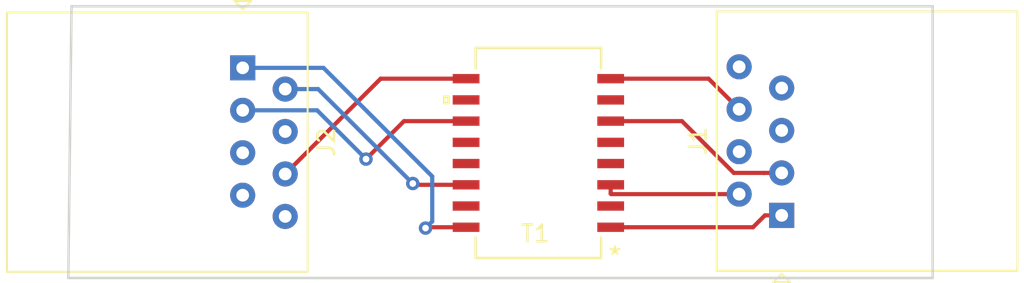
<source format=kicad_pcb>
(kicad_pcb (version 20171130) (host pcbnew "(5.0.0)")

  (general
    (thickness 1.6)
    (drawings 4)
    (tracks 32)
    (zones 0)
    (modules 3)
    (nets 9)
  )

  (page A4)
  (layers
    (0 F.Cu signal)
    (31 B.Cu signal)
    (32 B.Adhes user)
    (33 F.Adhes user)
    (34 B.Paste user)
    (35 F.Paste user)
    (36 B.SilkS user)
    (37 F.SilkS user)
    (38 B.Mask user)
    (39 F.Mask user)
    (40 Dwgs.User user)
    (41 Cmts.User user)
    (42 Eco1.User user)
    (43 Eco2.User user)
    (44 Edge.Cuts user)
    (45 Margin user)
    (46 B.CrtYd user)
    (47 F.CrtYd user)
    (48 B.Fab user)
    (49 F.Fab user)
  )

  (setup
    (last_trace_width 0.25)
    (trace_clearance 0.2)
    (zone_clearance 0.508)
    (zone_45_only no)
    (trace_min 0.2)
    (segment_width 0.2)
    (edge_width 0.15)
    (via_size 0.8)
    (via_drill 0.4)
    (via_min_size 0.4)
    (via_min_drill 0.3)
    (uvia_size 0.3)
    (uvia_drill 0.1)
    (uvias_allowed no)
    (uvia_min_size 0.2)
    (uvia_min_drill 0.1)
    (pcb_text_width 0.3)
    (pcb_text_size 1.5 1.5)
    (mod_edge_width 0.15)
    (mod_text_size 1 1)
    (mod_text_width 0.15)
    (pad_size 1.524 1.524)
    (pad_drill 0.762)
    (pad_to_mask_clearance 0.2)
    (aux_axis_origin 0 0)
    (visible_elements FFFFFF7F)
    (pcbplotparams
      (layerselection 0x010fc_ffffffff)
      (usegerberextensions false)
      (usegerberattributes false)
      (usegerberadvancedattributes false)
      (creategerberjobfile false)
      (excludeedgelayer true)
      (linewidth 0.100000)
      (plotframeref false)
      (viasonmask false)
      (mode 1)
      (useauxorigin false)
      (hpglpennumber 1)
      (hpglpenspeed 20)
      (hpglpendiameter 15.000000)
      (psnegative false)
      (psa4output false)
      (plotreference true)
      (plotvalue true)
      (plotinvisibletext false)
      (padsonsilk false)
      (subtractmaskfromsilk false)
      (outputformat 1)
      (mirror false)
      (drillshape 1)
      (scaleselection 1)
      (outputdirectory ""))
  )

  (net 0 "")
  (net 1 "Net-(J1-Pad1)")
  (net 2 "Net-(J1-Pad2)")
  (net 3 "Net-(J1-Pad3)")
  (net 4 "Net-(J1-Pad6)")
  (net 5 "Net-(J2-Pad6)")
  (net 6 "Net-(J2-Pad3)")
  (net 7 "Net-(J2-Pad2)")
  (net 8 "Net-(J2-Pad1)")

  (net_class Default "This is the default net class."
    (clearance 0.2)
    (trace_width 0.25)
    (via_dia 0.8)
    (via_drill 0.4)
    (uvia_dia 0.3)
    (uvia_drill 0.1)
    (add_net "Net-(J1-Pad1)")
    (add_net "Net-(J1-Pad2)")
    (add_net "Net-(J1-Pad3)")
    (add_net "Net-(J1-Pad6)")
    (add_net "Net-(J2-Pad1)")
    (add_net "Net-(J2-Pad2)")
    (add_net "Net-(J2-Pad3)")
    (add_net "Net-(J2-Pad6)")
  )

  (module Connector_RJ:RJ45_Amphenol_54602-x08_Horizontal (layer F.Cu) (tedit 5B103613) (tstamp 5CE95B9A)
    (at 172.466 101.2825 90)
    (descr "8 Pol Shallow Latch Connector, Modjack, RJ45 (https://cdn.amphenol-icc.com/media/wysiwyg/files/drawing/c-bmj-0102.pdf)")
    (tags RJ45)
    (path /5CDD4D20)
    (fp_text reference J1 (at 4.445 -5 90) (layer F.SilkS)
      (effects (font (size 1 1) (thickness 0.15)))
    )
    (fp_text value RJ45 (at 4.445 4 90) (layer F.Fab)
      (effects (font (size 1 1) (thickness 0.15)))
    )
    (fp_text user %R (at 4.445 2 90) (layer F.Fab)
      (effects (font (size 1 1) (thickness 0.15)))
    )
    (fp_line (start -4 0.5) (end -3.5 0) (layer F.SilkS) (width 0.12))
    (fp_line (start -4 -0.5) (end -4 0.5) (layer F.SilkS) (width 0.12))
    (fp_line (start -3.5 0) (end -4 -0.5) (layer F.SilkS) (width 0.12))
    (fp_line (start -3.205 13.97) (end -3.205 -2.77) (layer F.Fab) (width 0.12))
    (fp_line (start 12.095 13.97) (end -3.205 13.97) (layer F.Fab) (width 0.12))
    (fp_line (start 12.095 -3.77) (end 12.095 13.97) (layer F.Fab) (width 0.12))
    (fp_line (start -2.205 -3.77) (end 12.095 -3.77) (layer F.Fab) (width 0.12))
    (fp_line (start -3.205 -2.77) (end -2.205 -3.77) (layer F.Fab) (width 0.12))
    (fp_line (start -3.315 14.08) (end 12.205 14.08) (layer F.SilkS) (width 0.12))
    (fp_line (start 12.205 -3.88) (end 12.205 14.08) (layer F.SilkS) (width 0.12))
    (fp_line (start 12.205 -3.88) (end -3.315 -3.88) (layer F.SilkS) (width 0.12))
    (fp_line (start -3.315 -3.88) (end -3.315 14.08) (layer F.SilkS) (width 0.12))
    (fp_line (start -3.71 -4.27) (end 12.6 -4.27) (layer F.CrtYd) (width 0.05))
    (fp_line (start -3.71 -4.27) (end -3.71 14.47) (layer F.CrtYd) (width 0.05))
    (fp_line (start 12.6 14.47) (end 12.6 -4.27) (layer F.CrtYd) (width 0.05))
    (fp_line (start 12.6 14.47) (end -3.71 14.47) (layer F.CrtYd) (width 0.05))
    (pad "" np_thru_hole circle (at 10.16 6.35 90) (size 3.2 3.2) (drill 3.2) (layers *.Cu *.Mask))
    (pad "" np_thru_hole circle (at -1.27 6.35 90) (size 3.2 3.2) (drill 3.2) (layers *.Cu *.Mask))
    (pad 1 thru_hole rect (at 0 0 90) (size 1.5 1.5) (drill 0.76) (layers *.Cu *.Mask)
      (net 1 "Net-(J1-Pad1)"))
    (pad 2 thru_hole circle (at 1.27 -2.54 90) (size 1.5 1.5) (drill 0.76) (layers *.Cu *.Mask)
      (net 2 "Net-(J1-Pad2)"))
    (pad 3 thru_hole circle (at 2.54 0 90) (size 1.5 1.5) (drill 0.76) (layers *.Cu *.Mask)
      (net 3 "Net-(J1-Pad3)"))
    (pad 4 thru_hole circle (at 3.81 -2.54 90) (size 1.5 1.5) (drill 0.76) (layers *.Cu *.Mask))
    (pad 5 thru_hole circle (at 5.08 0 90) (size 1.5 1.5) (drill 0.76) (layers *.Cu *.Mask))
    (pad 6 thru_hole circle (at 6.35 -2.54 90) (size 1.5 1.5) (drill 0.76) (layers *.Cu *.Mask)
      (net 4 "Net-(J1-Pad6)"))
    (pad 7 thru_hole circle (at 7.62 0 90) (size 1.5 1.5) (drill 0.76) (layers *.Cu *.Mask))
    (pad 8 thru_hole circle (at 8.89 -2.54 90) (size 1.5 1.5) (drill 0.76) (layers *.Cu *.Mask))
    (model ${KISYS3DMOD}/Connector_RJ.3dshapes/RJ45_Amphenol_54602-x08_Horizontal.wrl
      (at (xyz 0 0 0))
      (scale (xyz 1 1 1))
      (rotate (xyz 0 0 0))
    )
  )

  (module Connector_RJ:RJ45_Amphenol_54602-x08_Horizontal (layer F.Cu) (tedit 5B103613) (tstamp 5CE95BB9)
    (at 140.2715 92.456 270)
    (descr "8 Pol Shallow Latch Connector, Modjack, RJ45 (https://cdn.amphenol-icc.com/media/wysiwyg/files/drawing/c-bmj-0102.pdf)")
    (tags RJ45)
    (path /5CDD4E0C)
    (fp_text reference J2 (at 4.445 -5 270) (layer F.SilkS)
      (effects (font (size 1 1) (thickness 0.15)))
    )
    (fp_text value RJ45 (at 4.445 4 270) (layer F.Fab)
      (effects (font (size 1 1) (thickness 0.15)))
    )
    (fp_line (start 12.6 14.47) (end -3.71 14.47) (layer F.CrtYd) (width 0.05))
    (fp_line (start 12.6 14.47) (end 12.6 -4.27) (layer F.CrtYd) (width 0.05))
    (fp_line (start -3.71 -4.27) (end -3.71 14.47) (layer F.CrtYd) (width 0.05))
    (fp_line (start -3.71 -4.27) (end 12.6 -4.27) (layer F.CrtYd) (width 0.05))
    (fp_line (start -3.315 -3.88) (end -3.315 14.08) (layer F.SilkS) (width 0.12))
    (fp_line (start 12.205 -3.88) (end -3.315 -3.88) (layer F.SilkS) (width 0.12))
    (fp_line (start 12.205 -3.88) (end 12.205 14.08) (layer F.SilkS) (width 0.12))
    (fp_line (start -3.315 14.08) (end 12.205 14.08) (layer F.SilkS) (width 0.12))
    (fp_line (start -3.205 -2.77) (end -2.205 -3.77) (layer F.Fab) (width 0.12))
    (fp_line (start -2.205 -3.77) (end 12.095 -3.77) (layer F.Fab) (width 0.12))
    (fp_line (start 12.095 -3.77) (end 12.095 13.97) (layer F.Fab) (width 0.12))
    (fp_line (start 12.095 13.97) (end -3.205 13.97) (layer F.Fab) (width 0.12))
    (fp_line (start -3.205 13.97) (end -3.205 -2.77) (layer F.Fab) (width 0.12))
    (fp_line (start -3.5 0) (end -4 -0.5) (layer F.SilkS) (width 0.12))
    (fp_line (start -4 -0.5) (end -4 0.5) (layer F.SilkS) (width 0.12))
    (fp_line (start -4 0.5) (end -3.5 0) (layer F.SilkS) (width 0.12))
    (fp_text user %R (at 4.445 2 270) (layer F.Fab)
      (effects (font (size 1 1) (thickness 0.15)))
    )
    (pad 8 thru_hole circle (at 8.89 -2.54 270) (size 1.5 1.5) (drill 0.76) (layers *.Cu *.Mask))
    (pad 7 thru_hole circle (at 7.62 0 270) (size 1.5 1.5) (drill 0.76) (layers *.Cu *.Mask))
    (pad 6 thru_hole circle (at 6.35 -2.54 270) (size 1.5 1.5) (drill 0.76) (layers *.Cu *.Mask)
      (net 5 "Net-(J2-Pad6)"))
    (pad 5 thru_hole circle (at 5.08 0 270) (size 1.5 1.5) (drill 0.76) (layers *.Cu *.Mask))
    (pad 4 thru_hole circle (at 3.81 -2.54 270) (size 1.5 1.5) (drill 0.76) (layers *.Cu *.Mask))
    (pad 3 thru_hole circle (at 2.54 0 270) (size 1.5 1.5) (drill 0.76) (layers *.Cu *.Mask)
      (net 6 "Net-(J2-Pad3)"))
    (pad 2 thru_hole circle (at 1.27 -2.54 270) (size 1.5 1.5) (drill 0.76) (layers *.Cu *.Mask)
      (net 7 "Net-(J2-Pad2)"))
    (pad 1 thru_hole rect (at 0 0 270) (size 1.5 1.5) (drill 0.76) (layers *.Cu *.Mask)
      (net 8 "Net-(J2-Pad1)"))
    (pad "" np_thru_hole circle (at -1.27 6.35 270) (size 3.2 3.2) (drill 3.2) (layers *.Cu *.Mask))
    (pad "" np_thru_hole circle (at 10.16 6.35 270) (size 3.2 3.2) (drill 3.2) (layers *.Cu *.Mask))
    (model ${KISYS3DMOD}/Connector_RJ.3dshapes/RJ45_Amphenol_54602-x08_Horizontal.wrl
      (at (xyz 0 0 0))
      (scale (xyz 1 1 1))
      (rotate (xyz 0 0 0))
    )
  )

  (module "My Library:S558-5500-25-F" (layer F.Cu) (tedit 5C9EDBB7) (tstamp 5CE95C2B)
    (at 157.934301 97.548701 180)
    (path /5CDD5195)
    (fp_text reference T1 (at 0.1778 -4.826 180) (layer F.SilkS)
      (effects (font (size 1 1) (thickness 0.15)))
    )
    (fp_text value S558-5500-25-F (at 0 0 180) (layer F.SilkS) hide
      (effects (font (size 1 1) (thickness 0.15)))
    )
    (fp_text user "Copyright 2016 Accelerated Designs. All rights reserved." (at 0 0 180) (layer Cmts.User)
      (effects (font (size 0.127 0.127) (thickness 0.002)))
    )
    (fp_text user * (at -4.572 -6.1468 180) (layer F.SilkS)
      (effects (font (size 1 1) (thickness 0.15)))
    )
    (fp_text user * (at -3.2385 -6.0833 180) (layer F.Fab)
      (effects (font (size 1 1) (thickness 0.15)))
    )
    (fp_line (start -3.6195 -4.191) (end -3.6195 -4.699) (layer F.Fab) (width 0.1524))
    (fp_line (start -3.6195 -4.699) (end -4.7625 -4.699) (layer F.Fab) (width 0.1524))
    (fp_line (start -4.7625 -4.699) (end -4.7625 -4.191) (layer F.Fab) (width 0.1524))
    (fp_line (start -4.7625 -4.191) (end -3.6195 -4.191) (layer F.Fab) (width 0.1524))
    (fp_line (start -3.6195 -2.921) (end -3.6195 -3.429) (layer F.Fab) (width 0.1524))
    (fp_line (start -3.6195 -3.429) (end -4.7625 -3.429) (layer F.Fab) (width 0.1524))
    (fp_line (start -4.7625 -3.429) (end -4.7625 -2.921) (layer F.Fab) (width 0.1524))
    (fp_line (start -4.7625 -2.921) (end -3.6195 -2.921) (layer F.Fab) (width 0.1524))
    (fp_line (start -3.6195 -1.651) (end -3.6195 -2.159) (layer F.Fab) (width 0.1524))
    (fp_line (start -3.6195 -2.159) (end -4.7625 -2.159) (layer F.Fab) (width 0.1524))
    (fp_line (start -4.7625 -2.159) (end -4.7625 -1.651) (layer F.Fab) (width 0.1524))
    (fp_line (start -4.7625 -1.651) (end -3.6195 -1.651) (layer F.Fab) (width 0.1524))
    (fp_line (start -3.6195 -0.381) (end -3.6195 -0.889) (layer F.Fab) (width 0.1524))
    (fp_line (start -3.6195 -0.889) (end -4.7625 -0.889) (layer F.Fab) (width 0.1524))
    (fp_line (start -4.7625 -0.889) (end -4.7625 -0.381) (layer F.Fab) (width 0.1524))
    (fp_line (start -4.7625 -0.381) (end -3.6195 -0.381) (layer F.Fab) (width 0.1524))
    (fp_line (start -3.6195 0.889) (end -3.6195 0.381) (layer F.Fab) (width 0.1524))
    (fp_line (start -3.6195 0.381) (end -4.7625 0.381) (layer F.Fab) (width 0.1524))
    (fp_line (start -4.7625 0.381) (end -4.7625 0.889) (layer F.Fab) (width 0.1524))
    (fp_line (start -4.7625 0.889) (end -3.6195 0.889) (layer F.Fab) (width 0.1524))
    (fp_line (start -3.6195 2.159) (end -3.6195 1.651) (layer F.Fab) (width 0.1524))
    (fp_line (start -3.6195 1.651) (end -4.7625 1.651) (layer F.Fab) (width 0.1524))
    (fp_line (start -4.7625 1.651) (end -4.7625 2.159) (layer F.Fab) (width 0.1524))
    (fp_line (start -4.7625 2.159) (end -3.6195 2.159) (layer F.Fab) (width 0.1524))
    (fp_line (start -3.6195 3.429) (end -3.6195 2.921) (layer F.Fab) (width 0.1524))
    (fp_line (start -3.6195 2.921) (end -4.7625 2.921) (layer F.Fab) (width 0.1524))
    (fp_line (start -4.7625 2.921) (end -4.7625 3.429) (layer F.Fab) (width 0.1524))
    (fp_line (start -4.7625 3.429) (end -3.6195 3.429) (layer F.Fab) (width 0.1524))
    (fp_line (start -3.6195 4.699) (end -3.6195 4.191) (layer F.Fab) (width 0.1524))
    (fp_line (start -3.6195 4.191) (end -4.7625 4.191) (layer F.Fab) (width 0.1524))
    (fp_line (start -4.7625 4.191) (end -4.7625 4.699) (layer F.Fab) (width 0.1524))
    (fp_line (start -4.7625 4.699) (end -3.6195 4.699) (layer F.Fab) (width 0.1524))
    (fp_line (start 3.6195 4.191) (end 3.6195 4.699) (layer F.Fab) (width 0.1524))
    (fp_line (start 3.6195 4.699) (end 4.7625 4.699) (layer F.Fab) (width 0.1524))
    (fp_line (start 4.7625 4.699) (end 4.7625 4.191) (layer F.Fab) (width 0.1524))
    (fp_line (start 4.7625 4.191) (end 3.6195 4.191) (layer F.Fab) (width 0.1524))
    (fp_line (start 3.6195 2.921) (end 3.6195 3.429) (layer F.Fab) (width 0.1524))
    (fp_line (start 3.6195 3.429) (end 4.7625 3.429) (layer F.Fab) (width 0.1524))
    (fp_line (start 4.7625 3.429) (end 4.7625 2.921) (layer F.Fab) (width 0.1524))
    (fp_line (start 4.7625 2.921) (end 3.6195 2.921) (layer F.Fab) (width 0.1524))
    (fp_line (start 3.6195 1.651) (end 3.6195 2.159) (layer F.Fab) (width 0.1524))
    (fp_line (start 3.6195 2.159) (end 4.7625 2.159) (layer F.Fab) (width 0.1524))
    (fp_line (start 4.7625 2.159) (end 4.7625 1.651) (layer F.Fab) (width 0.1524))
    (fp_line (start 4.7625 1.651) (end 3.6195 1.651) (layer F.Fab) (width 0.1524))
    (fp_line (start 3.6195 0.381) (end 3.6195 0.889) (layer F.Fab) (width 0.1524))
    (fp_line (start 3.6195 0.889) (end 4.7625 0.889) (layer F.Fab) (width 0.1524))
    (fp_line (start 4.7625 0.889) (end 4.7625 0.381) (layer F.Fab) (width 0.1524))
    (fp_line (start 4.7625 0.381) (end 3.6195 0.381) (layer F.Fab) (width 0.1524))
    (fp_line (start 3.6195 -0.889) (end 3.6195 -0.381) (layer F.Fab) (width 0.1524))
    (fp_line (start 3.6195 -0.381) (end 4.7625 -0.381) (layer F.Fab) (width 0.1524))
    (fp_line (start 4.7625 -0.381) (end 4.7625 -0.889) (layer F.Fab) (width 0.1524))
    (fp_line (start 4.7625 -0.889) (end 3.6195 -0.889) (layer F.Fab) (width 0.1524))
    (fp_line (start 3.6195 -2.159) (end 3.6195 -1.651) (layer F.Fab) (width 0.1524))
    (fp_line (start 3.6195 -1.651) (end 4.7625 -1.651) (layer F.Fab) (width 0.1524))
    (fp_line (start 4.7625 -1.651) (end 4.7625 -2.159) (layer F.Fab) (width 0.1524))
    (fp_line (start 4.7625 -2.159) (end 3.6195 -2.159) (layer F.Fab) (width 0.1524))
    (fp_line (start 3.6195 -3.429) (end 3.6195 -2.921) (layer F.Fab) (width 0.1524))
    (fp_line (start 3.6195 -2.921) (end 4.7625 -2.921) (layer F.Fab) (width 0.1524))
    (fp_line (start 4.7625 -2.921) (end 4.7625 -3.429) (layer F.Fab) (width 0.1524))
    (fp_line (start 4.7625 -3.429) (end 3.6195 -3.429) (layer F.Fab) (width 0.1524))
    (fp_line (start 3.6195 -4.699) (end 3.6195 -4.191) (layer F.Fab) (width 0.1524))
    (fp_line (start 3.6195 -4.191) (end 4.7625 -4.191) (layer F.Fab) (width 0.1524))
    (fp_line (start 4.7625 -4.191) (end 4.7625 -4.699) (layer F.Fab) (width 0.1524))
    (fp_line (start 4.7625 -4.699) (end 3.6195 -4.699) (layer F.Fab) (width 0.1524))
    (fp_line (start -3.7465 6.2865) (end 3.7465 6.2865) (layer F.SilkS) (width 0.1524))
    (fp_line (start 3.7465 6.2865) (end 3.7465 5.05714) (layer F.SilkS) (width 0.1524))
    (fp_line (start 3.7465 -6.2865) (end -3.7465 -6.2865) (layer F.SilkS) (width 0.1524))
    (fp_line (start -3.7465 -6.2865) (end -3.7465 -5.05714) (layer F.SilkS) (width 0.1524))
    (fp_line (start -3.6195 6.1595) (end 3.6195 6.1595) (layer F.Fab) (width 0.1524))
    (fp_line (start 3.6195 6.1595) (end 3.6195 -6.1595) (layer F.Fab) (width 0.1524))
    (fp_line (start 3.6195 -6.1595) (end -3.6195 -6.1595) (layer F.Fab) (width 0.1524))
    (fp_line (start -3.6195 -6.1595) (end -3.6195 6.1595) (layer F.Fab) (width 0.1524))
    (fp_line (start -3.7465 5.05714) (end -3.7465 6.2865) (layer F.SilkS) (width 0.1524))
    (fp_line (start 3.7465 -5.05714) (end 3.7465 -6.2865) (layer F.SilkS) (width 0.1524))
    (fp_line (start 5.6261 2.9845) (end 5.6261 3.3655) (layer F.SilkS) (width 0.1524))
    (fp_line (start 5.6261 3.3655) (end 5.3721 3.3655) (layer F.SilkS) (width 0.1524))
    (fp_line (start 5.3721 3.3655) (end 5.3721 2.9845) (layer F.SilkS) (width 0.1524))
    (fp_line (start 5.3721 2.9845) (end 5.6261 2.9845) (layer F.SilkS) (width 0.1524))
    (fp_line (start -5.3721 4.9784) (end -5.3721 -4.9784) (layer F.CrtYd) (width 0.1524))
    (fp_line (start -5.3721 -4.9784) (end -3.8735 -4.9784) (layer F.CrtYd) (width 0.1524))
    (fp_line (start -3.8735 -4.9784) (end -3.8735 -6.4135) (layer F.CrtYd) (width 0.1524))
    (fp_line (start -3.8735 -6.4135) (end 3.8735 -6.4135) (layer F.CrtYd) (width 0.1524))
    (fp_line (start 3.8735 -6.4135) (end 3.8735 -4.9784) (layer F.CrtYd) (width 0.1524))
    (fp_line (start 3.8735 -4.9784) (end 5.3721 -4.9784) (layer F.CrtYd) (width 0.1524))
    (fp_line (start 5.3721 -4.9784) (end 5.3721 4.9784) (layer F.CrtYd) (width 0.1524))
    (fp_line (start 5.3721 4.9784) (end 3.8735 4.9784) (layer F.CrtYd) (width 0.1524))
    (fp_line (start 3.8735 4.9784) (end 3.8735 6.4135) (layer F.CrtYd) (width 0.1524))
    (fp_line (start 3.8735 6.4135) (end -3.8735 6.4135) (layer F.CrtYd) (width 0.1524))
    (fp_line (start -3.8735 6.4135) (end -3.8735 4.9784) (layer F.CrtYd) (width 0.1524))
    (fp_line (start -3.8735 4.9784) (end -5.3721 4.9784) (layer F.CrtYd) (width 0.1524))
    (fp_arc (start 0 -6.1595) (end 0.3048 -6.1595) (angle 180) (layer F.Fab) (width 0.1524))
    (pad 1 smd rect (at -4.318 -4.445 180) (size 1.6002 0.5588) (layers F.Cu F.Paste F.Mask)
      (net 1 "Net-(J1-Pad1)"))
    (pad 2 smd rect (at -4.318 -3.175 180) (size 1.6002 0.5588) (layers F.Cu F.Paste F.Mask))
    (pad 3 smd rect (at -4.318 -1.905 180) (size 1.6002 0.5588) (layers F.Cu F.Paste F.Mask)
      (net 2 "Net-(J1-Pad2)"))
    (pad 4 smd rect (at -4.318 -0.635 180) (size 1.6002 0.5588) (layers F.Cu F.Paste F.Mask))
    (pad 5 smd rect (at -4.318 0.635 180) (size 1.6002 0.5588) (layers F.Cu F.Paste F.Mask))
    (pad 6 smd rect (at -4.318 1.905 180) (size 1.6002 0.5588) (layers F.Cu F.Paste F.Mask)
      (net 3 "Net-(J1-Pad3)"))
    (pad 7 smd rect (at -4.318 3.175 180) (size 1.6002 0.5588) (layers F.Cu F.Paste F.Mask))
    (pad 8 smd rect (at -4.318 4.445 180) (size 1.6002 0.5588) (layers F.Cu F.Paste F.Mask)
      (net 4 "Net-(J1-Pad6)"))
    (pad 9 smd rect (at 4.318 4.445 180) (size 1.6002 0.5588) (layers F.Cu F.Paste F.Mask)
      (net 5 "Net-(J2-Pad6)"))
    (pad 10 smd rect (at 4.318 3.175 180) (size 1.6002 0.5588) (layers F.Cu F.Paste F.Mask))
    (pad 11 smd rect (at 4.318 1.905 180) (size 1.6002 0.5588) (layers F.Cu F.Paste F.Mask)
      (net 6 "Net-(J2-Pad3)"))
    (pad 12 smd rect (at 4.318 0.635 180) (size 1.6002 0.5588) (layers F.Cu F.Paste F.Mask))
    (pad 13 smd rect (at 4.318 -0.635 180) (size 1.6002 0.5588) (layers F.Cu F.Paste F.Mask))
    (pad 14 smd rect (at 4.318 -1.905 180) (size 1.6002 0.5588) (layers F.Cu F.Paste F.Mask)
      (net 7 "Net-(J2-Pad2)"))
    (pad 15 smd rect (at 4.318 -3.175 180) (size 1.6002 0.5588) (layers F.Cu F.Paste F.Mask))
    (pad 16 smd rect (at 4.318 -4.445 180) (size 1.6002 0.5588) (layers F.Cu F.Paste F.Mask)
      (net 8 "Net-(J2-Pad1)"))
    (model "C:/Users/tnive/Google Drive/KiCad/Library/Solid/S558-5500-25-F.step"
      (at (xyz 0 0 0))
      (scale (xyz 1 1 1))
      (rotate (xyz 0 0 0))
    )
  )

  (gr_line (start 181.483 88.773) (end 130.048 88.773) (layer Edge.Cuts) (width 0.15))
  (gr_line (start 181.483 105.029) (end 181.483 88.773) (layer Edge.Cuts) (width 0.15))
  (gr_line (start 129.8575 105.029) (end 181.483 105.029) (layer Edge.Cuts) (width 0.15))
  (gr_line (start 130.048 88.773) (end 129.8575 105.029) (layer Edge.Cuts) (width 0.15))

  (segment (start 163.302401 101.993701) (end 162.252301 101.993701) (width 0.25) (layer F.Cu) (net 1))
  (segment (start 170.754799 101.993701) (end 163.302401 101.993701) (width 0.25) (layer F.Cu) (net 1))
  (segment (start 171.466 101.2825) (end 170.754799 101.993701) (width 0.25) (layer F.Cu) (net 1))
  (segment (start 172.466 101.2825) (end 171.466 101.2825) (width 0.25) (layer F.Cu) (net 1))
  (segment (start 162.252301 99.983101) (end 162.252301 99.453701) (width 0.25) (layer F.Cu) (net 2))
  (segment (start 162.2817 100.0125) (end 162.252301 99.983101) (width 0.25) (layer F.Cu) (net 2))
  (segment (start 169.926 100.0125) (end 162.2817 100.0125) (width 0.25) (layer F.Cu) (net 2))
  (segment (start 171.40534 98.7425) (end 172.466 98.7425) (width 0.25) (layer F.Cu) (net 3))
  (segment (start 169.604998 98.7425) (end 171.40534 98.7425) (width 0.25) (layer F.Cu) (net 3))
  (segment (start 166.506199 95.643701) (end 169.604998 98.7425) (width 0.25) (layer F.Cu) (net 3))
  (segment (start 162.252301 95.643701) (end 166.506199 95.643701) (width 0.25) (layer F.Cu) (net 3))
  (segment (start 168.097201 93.103701) (end 162.252301 93.103701) (width 0.25) (layer F.Cu) (net 4))
  (segment (start 169.926 94.9325) (end 168.097201 93.103701) (width 0.25) (layer F.Cu) (net 4))
  (segment (start 153.616301 93.103701) (end 148.513799 93.103701) (width 0.25) (layer F.Cu) (net 5))
  (segment (start 148.513799 93.103701) (end 142.8115 98.806) (width 0.25) (layer F.Cu) (net 5))
  (via (at 147.6375 97.917) (size 0.8) (drill 0.4) (layers F.Cu B.Cu) (net 6))
  (segment (start 153.616301 95.643701) (end 149.910799 95.643701) (width 0.25) (layer F.Cu) (net 6))
  (segment (start 149.910799 95.643701) (end 147.6375 97.917) (width 0.25) (layer F.Cu) (net 6))
  (segment (start 144.7165 94.996) (end 140.2715 94.996) (width 0.25) (layer B.Cu) (net 6))
  (segment (start 147.6375 97.917) (end 144.7165 94.996) (width 0.25) (layer B.Cu) (net 6))
  (via (at 150.4315 99.3775) (size 0.8) (drill 0.4) (layers F.Cu B.Cu) (net 7))
  (segment (start 153.616301 99.453701) (end 150.507701 99.453701) (width 0.25) (layer F.Cu) (net 7))
  (segment (start 150.507701 99.453701) (end 150.4315 99.3775) (width 0.25) (layer F.Cu) (net 7))
  (segment (start 144.78 93.726) (end 142.8115 93.726) (width 0.25) (layer B.Cu) (net 7))
  (segment (start 150.4315 99.3775) (end 144.78 93.726) (width 0.25) (layer B.Cu) (net 7))
  (via (at 151.1935 102.0445) (size 0.8) (drill 0.4) (layers F.Cu B.Cu) (net 8))
  (segment (start 153.616301 101.993701) (end 151.244299 101.993701) (width 0.25) (layer F.Cu) (net 8))
  (segment (start 151.244299 101.993701) (end 151.1935 102.0445) (width 0.25) (layer F.Cu) (net 8))
  (segment (start 145.0975 92.456) (end 140.2715 92.456) (width 0.25) (layer B.Cu) (net 8))
  (segment (start 151.593499 98.951999) (end 145.0975 92.456) (width 0.25) (layer B.Cu) (net 8))
  (segment (start 151.1935 102.0445) (end 151.593499 101.644501) (width 0.25) (layer B.Cu) (net 8))
  (segment (start 151.593499 101.644501) (end 151.593499 98.951999) (width 0.25) (layer B.Cu) (net 8))

)

</source>
